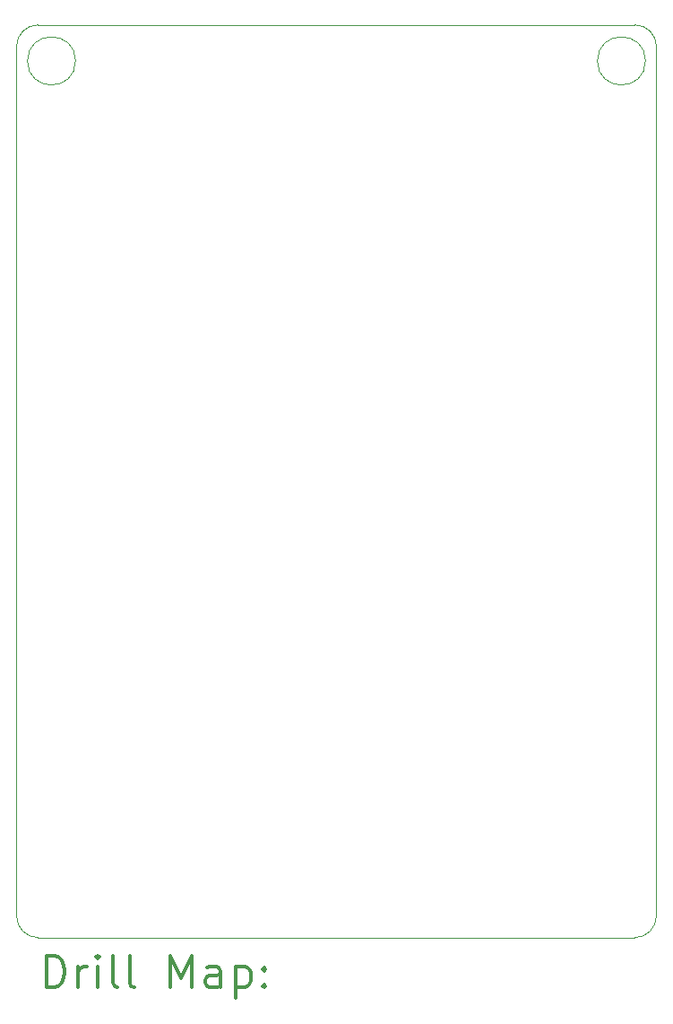
<source format=gbr>
%FSLAX45Y45*%
G04 Gerber Fmt 4.5, Leading zero omitted, Abs format (unit mm)*
G04 Created by KiCad (PCBNEW (5.1.2-1)-1) date 2019-10-09 15:24:18*
%MOMM*%
%LPD*%
G04 APERTURE LIST*
%ADD10C,0.050000*%
%ADD11C,0.100000*%
%ADD12C,0.200000*%
%ADD13C,0.300000*%
G04 APERTURE END LIST*
D10*
X16508584Y-5801360D02*
G75*
G03X16508584Y-5801360I-227185J0D01*
G01*
X21893385Y-5801360D02*
G75*
G03X21893385Y-5801360I-227185J0D01*
G01*
D11*
X21996400Y-13868400D02*
G75*
G02X21793200Y-14071600I-203200J0D01*
G01*
X16154400Y-14071600D02*
G75*
G02X15951200Y-13868400I0J203200D01*
G01*
X21793200Y-5461000D02*
G75*
G02X21996400Y-5664200I0J-203200D01*
G01*
X15951200Y-5664200D02*
G75*
G02X16154400Y-5461000I203200J0D01*
G01*
X21793200Y-5461000D02*
X16154400Y-5461000D01*
X21996400Y-13878560D02*
X21996400Y-5648960D01*
X16154400Y-14071600D02*
X21793200Y-14071600D01*
X15951200Y-5664200D02*
X15951200Y-13878560D01*
D12*
D13*
X16232628Y-14542314D02*
X16232628Y-14242314D01*
X16304057Y-14242314D01*
X16346914Y-14256600D01*
X16375486Y-14285171D01*
X16389771Y-14313743D01*
X16404057Y-14370886D01*
X16404057Y-14413743D01*
X16389771Y-14470886D01*
X16375486Y-14499457D01*
X16346914Y-14528029D01*
X16304057Y-14542314D01*
X16232628Y-14542314D01*
X16532628Y-14542314D02*
X16532628Y-14342314D01*
X16532628Y-14399457D02*
X16546914Y-14370886D01*
X16561200Y-14356600D01*
X16589771Y-14342314D01*
X16618343Y-14342314D01*
X16718343Y-14542314D02*
X16718343Y-14342314D01*
X16718343Y-14242314D02*
X16704057Y-14256600D01*
X16718343Y-14270886D01*
X16732628Y-14256600D01*
X16718343Y-14242314D01*
X16718343Y-14270886D01*
X16904057Y-14542314D02*
X16875486Y-14528029D01*
X16861200Y-14499457D01*
X16861200Y-14242314D01*
X17061200Y-14542314D02*
X17032628Y-14528029D01*
X17018343Y-14499457D01*
X17018343Y-14242314D01*
X17404057Y-14542314D02*
X17404057Y-14242314D01*
X17504057Y-14456600D01*
X17604057Y-14242314D01*
X17604057Y-14542314D01*
X17875486Y-14542314D02*
X17875486Y-14385171D01*
X17861200Y-14356600D01*
X17832628Y-14342314D01*
X17775486Y-14342314D01*
X17746914Y-14356600D01*
X17875486Y-14528029D02*
X17846914Y-14542314D01*
X17775486Y-14542314D01*
X17746914Y-14528029D01*
X17732628Y-14499457D01*
X17732628Y-14470886D01*
X17746914Y-14442314D01*
X17775486Y-14428029D01*
X17846914Y-14428029D01*
X17875486Y-14413743D01*
X18018343Y-14342314D02*
X18018343Y-14642314D01*
X18018343Y-14356600D02*
X18046914Y-14342314D01*
X18104057Y-14342314D01*
X18132628Y-14356600D01*
X18146914Y-14370886D01*
X18161200Y-14399457D01*
X18161200Y-14485171D01*
X18146914Y-14513743D01*
X18132628Y-14528029D01*
X18104057Y-14542314D01*
X18046914Y-14542314D01*
X18018343Y-14528029D01*
X18289771Y-14513743D02*
X18304057Y-14528029D01*
X18289771Y-14542314D01*
X18275486Y-14528029D01*
X18289771Y-14513743D01*
X18289771Y-14542314D01*
X18289771Y-14356600D02*
X18304057Y-14370886D01*
X18289771Y-14385171D01*
X18275486Y-14370886D01*
X18289771Y-14356600D01*
X18289771Y-14385171D01*
M02*

</source>
